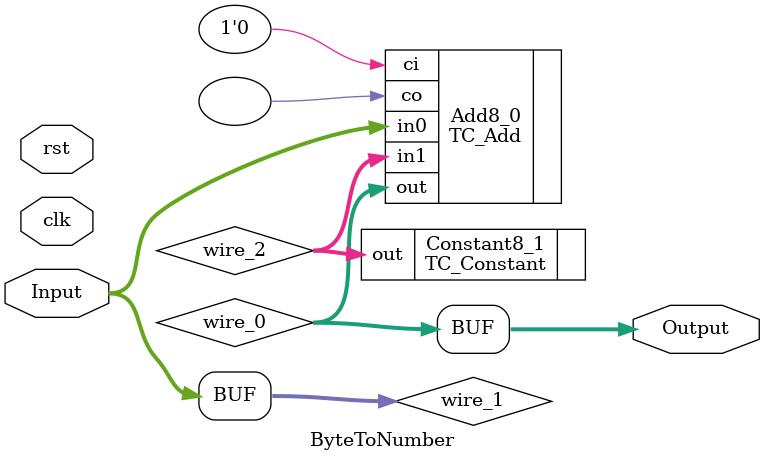
<source format=v>
module ByteToNumber (clk, rst, Input, Output);
  parameter UUID = 0;
  parameter NAME = "";
  input wire clk;
  input wire rst;

  input  wire [7:0] Input;
  output  wire [7:0] Output;

  TC_Add # (.UUID(64'd68030724543918015 ^ UUID), .BIT_WIDTH(64'd8)) Add8_0 (.in0(wire_1), .in1(wire_2), .ci(1'd0), .out(wire_0), .co());
  TC_Constant # (.UUID(64'd351491625066457929 ^ UUID), .BIT_WIDTH(64'd8), .value(8'hD0)) Constant8_1 (.out(wire_2));

  wire [7:0] wire_0;
  assign Output = wire_0;
  wire [7:0] wire_1;
  assign wire_1 = Input;
  wire [7:0] wire_2;

endmodule

</source>
